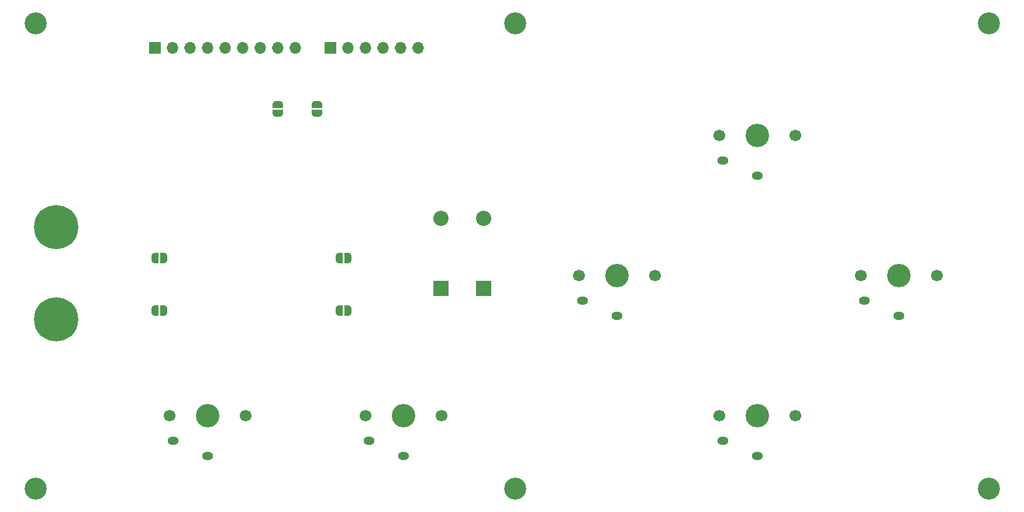
<source format=gbr>
%TF.GenerationSoftware,KiCad,Pcbnew,7.0.10*%
%TF.CreationDate,2024-02-09T22:35:13+09:00*%
%TF.ProjectId,game_pad,67616d65-5f70-4616-942e-6b696361645f,1*%
%TF.SameCoordinates,Original*%
%TF.FileFunction,Soldermask,Bot*%
%TF.FilePolarity,Negative*%
%FSLAX46Y46*%
G04 Gerber Fmt 4.6, Leading zero omitted, Abs format (unit mm)*
G04 Created by KiCad (PCBNEW 7.0.10) date 2024-02-09 22:35:13*
%MOMM*%
%LPD*%
G01*
G04 APERTURE LIST*
G04 Aperture macros list*
%AMFreePoly0*
4,1,19,0.500000,-0.750000,0.000000,-0.750000,0.000000,-0.744911,-0.071157,-0.744911,-0.207708,-0.704816,-0.327430,-0.627875,-0.420627,-0.520320,-0.479746,-0.390866,-0.500000,-0.250000,-0.500000,0.250000,-0.479746,0.390866,-0.420627,0.520320,-0.327430,0.627875,-0.207708,0.704816,-0.071157,0.744911,0.000000,0.744911,0.000000,0.750000,0.500000,0.750000,0.500000,-0.750000,0.500000,-0.750000,
$1*%
%AMFreePoly1*
4,1,19,0.000000,0.744911,0.071157,0.744911,0.207708,0.704816,0.327430,0.627875,0.420627,0.520320,0.479746,0.390866,0.500000,0.250000,0.500000,-0.250000,0.479746,-0.390866,0.420627,-0.520320,0.327430,-0.627875,0.207708,-0.704816,0.071157,-0.744911,0.000000,-0.744911,0.000000,-0.750000,-0.500000,-0.750000,-0.500000,0.750000,0.000000,0.750000,0.000000,0.744911,0.000000,0.744911,
$1*%
G04 Aperture macros list end*
%ADD10C,1.700000*%
%ADD11C,3.400000*%
%ADD12O,1.600000X1.200000*%
%ADD13R,1.700000X1.700000*%
%ADD14O,1.700000X1.700000*%
%ADD15C,3.200000*%
%ADD16C,6.400000*%
%ADD17R,2.200000X2.200000*%
%ADD18O,2.200000X2.200000*%
%ADD19FreePoly0,270.000000*%
%ADD20FreePoly1,270.000000*%
%ADD21FreePoly0,180.000000*%
%ADD22FreePoly1,180.000000*%
G04 APERTURE END LIST*
D10*
%TO.C,SW6*%
X150290000Y-127000000D03*
D11*
X155790000Y-127000000D03*
D10*
X161290000Y-127000000D03*
D12*
X150790000Y-130700000D03*
X155790000Y-132900000D03*
%TD*%
D13*
%TO.C,J2*%
X93980000Y-73660000D03*
D14*
X96520000Y-73660000D03*
X99060000Y-73660000D03*
X101600000Y-73660000D03*
X104140000Y-73660000D03*
X106680000Y-73660000D03*
%TD*%
D10*
%TO.C,SW5*%
X170815000Y-106680000D03*
D11*
X176315000Y-106680000D03*
D10*
X181815000Y-106680000D03*
D12*
X171315000Y-110380000D03*
X176315000Y-112580000D03*
%TD*%
D15*
%TO.C,MH3*%
X51300000Y-137620000D03*
%TD*%
%TO.C,MH3*%
X120800000Y-137620000D03*
%TD*%
D16*
%TO.C,HOLE1*%
X54300000Y-99695000D03*
%TD*%
D17*
%TO.C,D1*%
X109982000Y-108585000D03*
D18*
X109982000Y-98425000D03*
%TD*%
D16*
%TO.C,HOLE2*%
X54300000Y-113030000D03*
%TD*%
D10*
%TO.C,SW1*%
X70700000Y-127000000D03*
D11*
X76200000Y-127000000D03*
D10*
X81700000Y-127000000D03*
D12*
X71200000Y-130700000D03*
X76200000Y-132900000D03*
%TD*%
D17*
%TO.C,D2*%
X116205000Y-108585000D03*
D18*
X116205000Y-98425000D03*
%TD*%
D15*
%TO.C,MH1*%
X51300000Y-70120000D03*
%TD*%
D10*
%TO.C,SW4*%
X129970000Y-106680000D03*
D11*
X135470000Y-106680000D03*
D10*
X140970000Y-106680000D03*
D12*
X130470000Y-110380000D03*
X135470000Y-112580000D03*
%TD*%
D15*
%TO.C,MH4*%
X189300000Y-137620000D03*
%TD*%
%TO.C,MH2*%
X189300000Y-70120000D03*
%TD*%
%TO.C,MH3*%
X120800000Y-70120000D03*
%TD*%
D10*
%TO.C,SW3*%
X150280000Y-86360000D03*
D11*
X155780000Y-86360000D03*
D10*
X161280000Y-86360000D03*
D12*
X150780000Y-90060000D03*
X155780000Y-92260000D03*
%TD*%
D13*
%TO.C,J1*%
X68580000Y-73660000D03*
D14*
X71120000Y-73660000D03*
X73660000Y-73660000D03*
X76200000Y-73660000D03*
X78740000Y-73660000D03*
X81280000Y-73660000D03*
X83820000Y-73660000D03*
X86360000Y-73660000D03*
X88900000Y-73660000D03*
%TD*%
D10*
%TO.C,SW2*%
X99060000Y-127000000D03*
D11*
X104560000Y-127000000D03*
D10*
X110060000Y-127000000D03*
D12*
X99560000Y-130700000D03*
X104560000Y-132900000D03*
%TD*%
D19*
%TO.C,JP6*%
X86345000Y-81900000D03*
D20*
X86345000Y-83200000D03*
%TD*%
D21*
%TO.C,JP3*%
X69880000Y-104140000D03*
D22*
X68580000Y-104140000D03*
%TD*%
D21*
%TO.C,JP1*%
X96550000Y-104140000D03*
D22*
X95250000Y-104140000D03*
%TD*%
D19*
%TO.C,JP5*%
X92075000Y-81885000D03*
D20*
X92075000Y-83185000D03*
%TD*%
D21*
%TO.C,JP2*%
X96550000Y-111760000D03*
D22*
X95250000Y-111760000D03*
%TD*%
D21*
%TO.C,JP4*%
X69880000Y-111760000D03*
D22*
X68580000Y-111760000D03*
%TD*%
M02*

</source>
